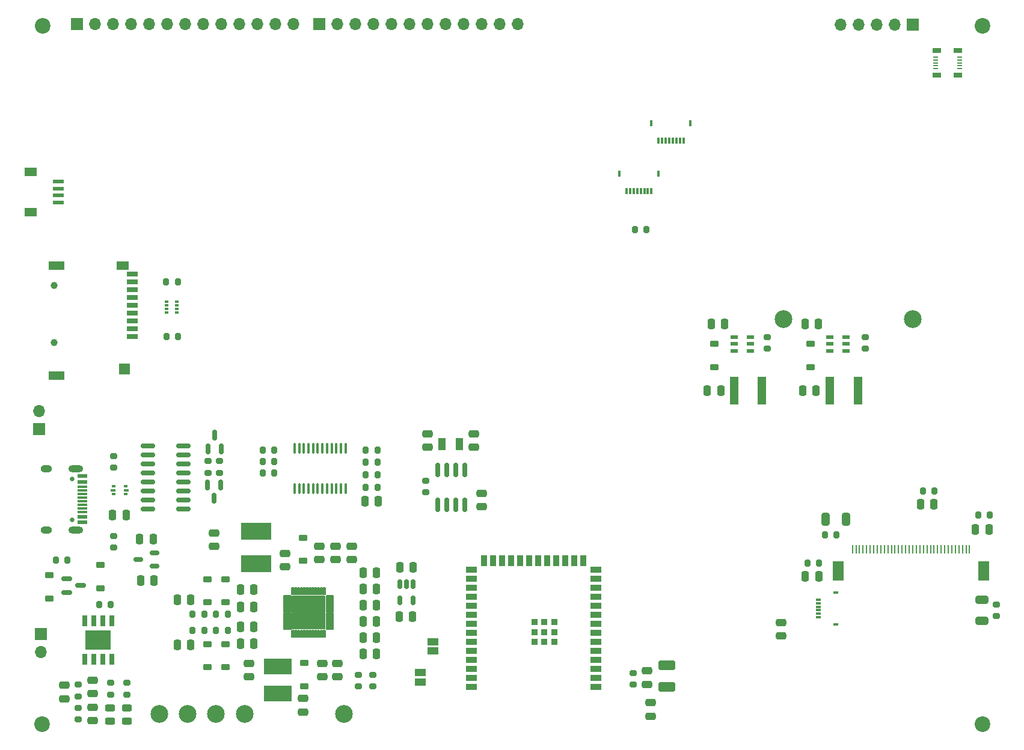
<source format=gts>
G04 #@! TF.GenerationSoftware,KiCad,Pcbnew,7.0.9-7.0.9~ubuntu22.04.1*
G04 #@! TF.CreationDate,2024-04-13T14:40:37+02:00*
G04 #@! TF.ProjectId,v7-kaleido,76372d6b-616c-4656-9964-6f2e6b696361,1.1*
G04 #@! TF.SameCoordinates,Original*
G04 #@! TF.FileFunction,Soldermask,Top*
G04 #@! TF.FilePolarity,Negative*
%FSLAX46Y46*%
G04 Gerber Fmt 4.6, Leading zero omitted, Abs format (unit mm)*
G04 Created by KiCad (PCBNEW 7.0.9-7.0.9~ubuntu22.04.1) date 2024-04-13 14:40:37*
%MOMM*%
%LPD*%
G01*
G04 APERTURE LIST*
G04 Aperture macros list*
%AMRoundRect*
0 Rectangle with rounded corners*
0 $1 Rounding radius*
0 $2 $3 $4 $5 $6 $7 $8 $9 X,Y pos of 4 corners*
0 Add a 4 corners polygon primitive as box body*
4,1,4,$2,$3,$4,$5,$6,$7,$8,$9,$2,$3,0*
0 Add four circle primitives for the rounded corners*
1,1,$1+$1,$2,$3*
1,1,$1+$1,$4,$5*
1,1,$1+$1,$6,$7*
1,1,$1+$1,$8,$9*
0 Add four rect primitives between the rounded corners*
20,1,$1+$1,$2,$3,$4,$5,0*
20,1,$1+$1,$4,$5,$6,$7,0*
20,1,$1+$1,$6,$7,$8,$9,0*
20,1,$1+$1,$8,$9,$2,$3,0*%
G04 Aperture macros list end*
%ADD10C,0.152400*%
%ADD11RoundRect,0.200000X-0.200000X-0.275000X0.200000X-0.275000X0.200000X0.275000X-0.200000X0.275000X0*%
%ADD12C,2.200000*%
%ADD13RoundRect,0.150000X0.150000X-0.587500X0.150000X0.587500X-0.150000X0.587500X-0.150000X-0.587500X0*%
%ADD14RoundRect,0.200000X-0.275000X0.200000X-0.275000X-0.200000X0.275000X-0.200000X0.275000X0.200000X0*%
%ADD15RoundRect,0.200000X0.275000X-0.200000X0.275000X0.200000X-0.275000X0.200000X-0.275000X-0.200000X0*%
%ADD16RoundRect,0.150000X-0.150000X0.587500X-0.150000X-0.587500X0.150000X-0.587500X0.150000X0.587500X0*%
%ADD17RoundRect,0.250000X0.250000X0.475000X-0.250000X0.475000X-0.250000X-0.475000X0.250000X-0.475000X0*%
%ADD18RoundRect,0.250000X-0.475000X0.250000X-0.475000X-0.250000X0.475000X-0.250000X0.475000X0.250000X0*%
%ADD19RoundRect,0.243750X-0.456250X0.243750X-0.456250X-0.243750X0.456250X-0.243750X0.456250X0.243750X0*%
%ADD20RoundRect,0.250000X0.475000X-0.250000X0.475000X0.250000X-0.475000X0.250000X-0.475000X-0.250000X0*%
%ADD21RoundRect,0.250000X0.650000X-0.325000X0.650000X0.325000X-0.650000X0.325000X-0.650000X-0.325000X0*%
%ADD22RoundRect,0.250000X-0.250000X-0.475000X0.250000X-0.475000X0.250000X0.475000X-0.250000X0.475000X0*%
%ADD23RoundRect,0.250000X-0.325000X-0.650000X0.325000X-0.650000X0.325000X0.650000X-0.325000X0.650000X0*%
%ADD24RoundRect,0.200000X0.200000X0.275000X-0.200000X0.275000X-0.200000X-0.275000X0.200000X-0.275000X0*%
%ADD25RoundRect,0.100000X-0.100000X0.637500X-0.100000X-0.637500X0.100000X-0.637500X0.100000X0.637500X0*%
%ADD26RoundRect,0.250000X0.925000X-0.412500X0.925000X0.412500X-0.925000X0.412500X-0.925000X-0.412500X0*%
%ADD27R,3.900000X2.200000*%
%ADD28R,4.200000X2.400000*%
%ADD29R,0.850000X0.200000*%
%ADD30R,0.200000X0.850000*%
%ADD31C,0.508000*%
%ADD32R,4.399999X4.399999*%
%ADD33RoundRect,0.225000X-0.375000X0.225000X-0.375000X-0.225000X0.375000X-0.225000X0.375000X0.225000X0*%
%ADD34RoundRect,0.225000X0.375000X-0.225000X0.375000X0.225000X-0.375000X0.225000X-0.375000X-0.225000X0*%
%ADD35C,2.500000*%
%ADD36R,0.650000X1.500000*%
%ADD37R,3.600000X2.700000*%
%ADD38R,1.700000X1.700000*%
%ADD39O,1.700000X1.700000*%
%ADD40R,0.800000X0.230000*%
%ADD41R,1.200000X0.700000*%
%ADD42RoundRect,0.150000X0.512500X0.150000X-0.512500X0.150000X-0.512500X-0.150000X0.512500X-0.150000X0*%
%ADD43R,0.500000X0.375000*%
%ADD44R,0.650000X0.300000*%
%ADD45R,1.257300X4.013200*%
%ADD46R,1.600000X2.800000*%
%ADD47R,0.250000X1.300000*%
%ADD48RoundRect,0.150000X-0.587500X-0.150000X0.587500X-0.150000X0.587500X0.150000X-0.587500X0.150000X0*%
%ADD49R,1.500000X1.000000*%
%ADD50R,1.070000X0.530000*%
%ADD51R,0.355600X0.838200*%
%ADD52R,0.406400X0.838200*%
%ADD53RoundRect,0.150000X-0.150000X0.825000X-0.150000X-0.825000X0.150000X-0.825000X0.150000X0.825000X0*%
%ADD54R,0.800000X0.300000*%
%ADD55R,0.800000X0.400000*%
%ADD56RoundRect,0.150000X-0.150000X0.512500X-0.150000X-0.512500X0.150000X-0.512500X0.150000X0.512500X0*%
%ADD57R,1.550000X0.600000*%
%ADD58R,1.800000X1.200000*%
%ADD59R,1.500000X0.900000*%
%ADD60R,0.900000X1.500000*%
%ADD61R,0.900000X0.900000*%
%ADD62R,0.609600X0.355600*%
%ADD63RoundRect,0.150000X-0.825000X-0.150000X0.825000X-0.150000X0.825000X0.150000X-0.825000X0.150000X0*%
%ADD64C,0.650000*%
%ADD65R,1.450000X0.600000*%
%ADD66R,1.450000X0.300000*%
%ADD67O,2.100000X1.000000*%
%ADD68O,1.600000X1.000000*%
%ADD69C,1.000000*%
%ADD70R,1.600000X0.700000*%
%ADD71R,1.500000X1.600000*%
%ADD72R,2.200000X1.200000*%
%ADD73R,1.000000X1.800000*%
G04 APERTURE END LIST*
D10*
X103570539Y-131921731D02*
X103570539Y-131621656D01*
X103570539Y-131621656D02*
X102620462Y-131621656D01*
X103570539Y-131521730D02*
X103570539Y-131221654D01*
X103570539Y-131221654D02*
X102620462Y-131221654D01*
X103570539Y-131121731D02*
X103570539Y-130821655D01*
X103570539Y-130821655D02*
X102620462Y-130821655D01*
X103570539Y-130721731D02*
X103570539Y-130421656D01*
X103570539Y-130421656D02*
X102620462Y-130421656D01*
X103570539Y-130321732D02*
X103570539Y-130021654D01*
X103570539Y-130021654D02*
X102620462Y-130021654D01*
X103570539Y-129921730D02*
X103570539Y-129621655D01*
X103570539Y-129621655D02*
X102620462Y-129621655D01*
X103570539Y-129521731D02*
X103570539Y-129221656D01*
X103570539Y-129221656D02*
X102620462Y-129221656D01*
X103570539Y-129121732D02*
X103570539Y-128821656D01*
X103570539Y-128821656D02*
X102620462Y-128821656D01*
X103570539Y-128721730D02*
X103570539Y-128421655D01*
X103570539Y-128421655D02*
X102620462Y-128421655D01*
X103570539Y-128321731D02*
X103570539Y-128021655D01*
X103570539Y-128021655D02*
X102620462Y-128021655D01*
X103570539Y-127921732D02*
X103570539Y-127621656D01*
X103570539Y-127621656D02*
X102620462Y-127621656D01*
X103570539Y-127521730D02*
X103570539Y-127221655D01*
X103570539Y-127221655D02*
X102620462Y-127221655D01*
X102620462Y-131921731D02*
X103570539Y-131921731D01*
X102620462Y-131621656D02*
X102620462Y-131921731D01*
X102620462Y-131521730D02*
X103570539Y-131521730D01*
X102620462Y-131221654D02*
X102620462Y-131521730D01*
X102620462Y-131121731D02*
X103570539Y-131121731D01*
X102620462Y-130821655D02*
X102620462Y-131121731D01*
X102620462Y-130721731D02*
X103570539Y-130721731D01*
X102620462Y-130421656D02*
X102620462Y-130721731D01*
X102620462Y-130321732D02*
X103570539Y-130321732D01*
X102620462Y-130021654D02*
X102620462Y-130321732D01*
X102620462Y-129921730D02*
X103570539Y-129921730D01*
X102620462Y-129621655D02*
X102620462Y-129921730D01*
X102620462Y-129521731D02*
X103570539Y-129521731D01*
X102620462Y-129221656D02*
X102620462Y-129521731D01*
X102620462Y-129121732D02*
X103570539Y-129121732D01*
X102620462Y-128821656D02*
X102620462Y-129121732D01*
X102620462Y-128721730D02*
X103570539Y-128721730D01*
X102620462Y-128421655D02*
X102620462Y-128721730D01*
X102620462Y-128321731D02*
X103570539Y-128321731D01*
X102620462Y-128021655D02*
X102620462Y-128321731D01*
X102620462Y-127921732D02*
X103570539Y-127921732D01*
X102620462Y-127621656D02*
X102620462Y-127921732D01*
X102620462Y-127521730D02*
X103570539Y-127521730D01*
X102620462Y-127221655D02*
X102620462Y-127521730D01*
X102470538Y-133021732D02*
X102470538Y-132071655D01*
X102470538Y-132071655D02*
X102170463Y-132071655D01*
X102470538Y-127071731D02*
X102470538Y-126121654D01*
X102470538Y-126121654D02*
X102170463Y-126121654D01*
X102383999Y-131835192D02*
X101895300Y-131835192D01*
X102383999Y-131835192D02*
X97857001Y-131835192D01*
X102383999Y-131346493D02*
X102383999Y-131835192D01*
X102383999Y-130946493D02*
X97857001Y-130946493D01*
X102383999Y-130559093D02*
X102383999Y-130946493D01*
X102383999Y-130159093D02*
X97857001Y-130159093D01*
X102383999Y-129771693D02*
X102383999Y-130159093D01*
X102383999Y-129371693D02*
X97857001Y-129371693D01*
X102383999Y-128984293D02*
X102383999Y-129371693D01*
X102383999Y-128584293D02*
X97857001Y-128584293D01*
X102383999Y-128196893D02*
X102383999Y-128584293D01*
X102383999Y-127796893D02*
X97857001Y-127796893D01*
X102383999Y-127308194D02*
X102383999Y-131835192D01*
X102383999Y-127308194D02*
X102383999Y-127796893D01*
X102170463Y-133021732D02*
X102470538Y-133021732D01*
X102170463Y-132071655D02*
X102170463Y-133021732D01*
X102170463Y-127071731D02*
X102470538Y-127071731D01*
X102170463Y-126121654D02*
X102170463Y-127071731D01*
X102070537Y-133021732D02*
X102070537Y-132071655D01*
X102070537Y-132071655D02*
X101770461Y-132071655D01*
X102070537Y-127071731D02*
X102070537Y-126121654D01*
X102070537Y-126121654D02*
X101770461Y-126121654D01*
X101895300Y-131835192D02*
X101895300Y-127308194D01*
X101895300Y-127308194D02*
X102383999Y-127308194D01*
X101770461Y-133021732D02*
X102070537Y-133021732D01*
X101770461Y-132071655D02*
X101770461Y-133021732D01*
X101770461Y-127071731D02*
X102070537Y-127071731D01*
X101770461Y-126121654D02*
X101770461Y-127071731D01*
X101670538Y-133021732D02*
X101670538Y-132071655D01*
X101670538Y-132071655D02*
X101370462Y-132071655D01*
X101670538Y-127071731D02*
X101670538Y-126121654D01*
X101670538Y-126121654D02*
X101370462Y-126121654D01*
X101495300Y-131835192D02*
X101495300Y-127308194D01*
X101495300Y-127308194D02*
X101107900Y-127308194D01*
X101370462Y-133021732D02*
X101670538Y-133021732D01*
X101370462Y-132071655D02*
X101370462Y-133021732D01*
X101370462Y-127071731D02*
X101670538Y-127071731D01*
X101370462Y-126121654D02*
X101370462Y-127071731D01*
X101270538Y-133021732D02*
X101270538Y-132071655D01*
X101270538Y-132071655D02*
X100970463Y-132071655D01*
X101270538Y-127071731D02*
X101270538Y-126121654D01*
X101270538Y-126121654D02*
X100970463Y-126121654D01*
X101107900Y-131835192D02*
X101495300Y-131835192D01*
X101107900Y-127308194D02*
X101107900Y-131835192D01*
X100970463Y-133021732D02*
X101270538Y-133021732D01*
X100970463Y-132071655D02*
X100970463Y-133021732D01*
X100970463Y-127071731D02*
X101270538Y-127071731D01*
X100970463Y-126121654D02*
X100970463Y-127071731D01*
X100870539Y-127071731D02*
X100870539Y-126121654D01*
X100870539Y-126121654D02*
X100570461Y-126121654D01*
X100870537Y-133021732D02*
X100870537Y-132071655D01*
X100870537Y-132071655D02*
X100570461Y-132071655D01*
X100707900Y-131835192D02*
X100707900Y-127308194D01*
X100707900Y-127308194D02*
X100320500Y-127308194D01*
X100570461Y-133021732D02*
X100870537Y-133021732D01*
X100570461Y-132071655D02*
X100570461Y-133021732D01*
X100570461Y-127071731D02*
X100870539Y-127071731D01*
X100570461Y-126121654D02*
X100570461Y-127071731D01*
X100470537Y-133021732D02*
X100470537Y-132071655D01*
X100470537Y-132071655D02*
X100170462Y-132071655D01*
X100470537Y-127071731D02*
X100470537Y-126121654D01*
X100470537Y-126121654D02*
X100170462Y-126121654D01*
X100320500Y-131835192D02*
X100707900Y-131835192D01*
X100320500Y-127308194D02*
X100320500Y-131835192D01*
X100170462Y-133021732D02*
X100470537Y-133021732D01*
X100170462Y-132071655D02*
X100170462Y-133021732D01*
X100170462Y-127071731D02*
X100470537Y-127071731D01*
X100170462Y-126121654D02*
X100170462Y-127071731D01*
X100070538Y-133021732D02*
X100070538Y-132071655D01*
X100070538Y-132071655D02*
X99770463Y-132071655D01*
X100070538Y-127071731D02*
X100070538Y-126121654D01*
X100070538Y-126121654D02*
X99770463Y-126121654D01*
X99920500Y-131835192D02*
X99920500Y-127308194D01*
X99920500Y-127308194D02*
X99533100Y-127308194D01*
X99770463Y-133021732D02*
X100070538Y-133021732D01*
X99770463Y-132071655D02*
X99770463Y-133021732D01*
X99770463Y-127071731D02*
X100070538Y-127071731D01*
X99770463Y-126121654D02*
X99770463Y-127071731D01*
X99670539Y-133021732D02*
X99670539Y-132071655D01*
X99670539Y-132071655D02*
X99370461Y-132071655D01*
X99670539Y-127071731D02*
X99670539Y-126121654D01*
X99670539Y-126121654D02*
X99370463Y-126121654D01*
X99533100Y-131835192D02*
X99920500Y-131835192D01*
X99533100Y-127308194D02*
X99533100Y-131835192D01*
X99370463Y-127071731D02*
X99670539Y-127071731D01*
X99370463Y-126121654D02*
X99370463Y-127071731D01*
X99370461Y-133021732D02*
X99670539Y-133021732D01*
X99370461Y-132071655D02*
X99370461Y-133021732D01*
X99270537Y-133021732D02*
X99270537Y-132071655D01*
X99270537Y-132071655D02*
X98970462Y-132071655D01*
X99270537Y-127071731D02*
X99270537Y-126121654D01*
X99270537Y-126121654D02*
X98970462Y-126121654D01*
X99133100Y-131835192D02*
X99133100Y-127308194D01*
X99133100Y-127308194D02*
X98745700Y-127308194D01*
X98970462Y-133021732D02*
X99270537Y-133021732D01*
X98970462Y-132071655D02*
X98970462Y-133021732D01*
X98970462Y-127071731D02*
X99270537Y-127071731D01*
X98970462Y-126121654D02*
X98970462Y-127071731D01*
X98870538Y-133021732D02*
X98870538Y-132071655D01*
X98870538Y-132071655D02*
X98570462Y-132071655D01*
X98870538Y-127071731D02*
X98870538Y-126121654D01*
X98870538Y-126121654D02*
X98570462Y-126121654D01*
X98745700Y-131835192D02*
X99133100Y-131835192D01*
X98745700Y-127308194D02*
X98745700Y-131835192D01*
X98570462Y-133021732D02*
X98870538Y-133021732D01*
X98570462Y-132071655D02*
X98570462Y-133021732D01*
X98570462Y-127071731D02*
X98870538Y-127071731D01*
X98570462Y-126121654D02*
X98570462Y-127071731D01*
X98470539Y-133021732D02*
X98470539Y-132071655D01*
X98470539Y-132071655D02*
X98170463Y-132071655D01*
X98470539Y-127071731D02*
X98470539Y-126121654D01*
X98470539Y-126121654D02*
X98170463Y-126121654D01*
X98345700Y-131835192D02*
X97857001Y-131835192D01*
X98345700Y-127308194D02*
X98345700Y-131835192D01*
X98170463Y-133021732D02*
X98470539Y-133021732D01*
X98170463Y-132071655D02*
X98170463Y-133021732D01*
X98170463Y-127071731D02*
X98470539Y-127071731D01*
X98170463Y-126121654D02*
X98170463Y-127071731D01*
X98070537Y-133021732D02*
X98070537Y-132071655D01*
X98070537Y-132071655D02*
X97770462Y-132071655D01*
X98070537Y-127071731D02*
X98070537Y-126121654D01*
X98070537Y-126121654D02*
X97770462Y-126121654D01*
X97857001Y-131835192D02*
X97857001Y-131346493D01*
X97857001Y-131835192D02*
X97857001Y-127308194D01*
X97857001Y-131346493D02*
X102383999Y-131346493D01*
X97857001Y-130946493D02*
X97857001Y-130559093D01*
X97857001Y-130559093D02*
X102383999Y-130559093D01*
X97857001Y-130159093D02*
X97857001Y-129771693D01*
X97857001Y-129771693D02*
X102383999Y-129771693D01*
X97857001Y-129371693D02*
X97857001Y-128984293D01*
X97857001Y-128984293D02*
X102383999Y-128984293D01*
X97857001Y-128584293D02*
X97857001Y-128196893D01*
X97857001Y-128196893D02*
X102383999Y-128196893D01*
X97857001Y-127796893D02*
X97857001Y-127308194D01*
X97857001Y-127308194D02*
X102383999Y-127308194D01*
X97857001Y-127308194D02*
X98345700Y-127308194D01*
X97770462Y-133021732D02*
X98070537Y-133021732D01*
X97770462Y-132071655D02*
X97770462Y-133021732D01*
X97770462Y-127071731D02*
X98070537Y-127071731D01*
X97770462Y-126121654D02*
X97770462Y-127071731D01*
X97620538Y-131921731D02*
X97620538Y-131621656D01*
X97620538Y-131621656D02*
X96670461Y-131621656D01*
X97620538Y-131521730D02*
X97620538Y-131221654D01*
X97620538Y-131221654D02*
X96670461Y-131221654D01*
X97620538Y-131121731D02*
X97620538Y-130821655D01*
X97620538Y-130821655D02*
X96670461Y-130821655D01*
X97620538Y-130721731D02*
X97620538Y-130421656D01*
X97620538Y-130421656D02*
X96670461Y-130421656D01*
X97620538Y-130321730D02*
X97620538Y-130021654D01*
X97620538Y-130021654D02*
X96670461Y-130021654D01*
X97620538Y-129921730D02*
X97620538Y-129621655D01*
X97620538Y-129621655D02*
X96670461Y-129621655D01*
X97620538Y-129521731D02*
X97620538Y-129221656D01*
X97620538Y-129221656D02*
X96670461Y-129221656D01*
X97620538Y-129121732D02*
X97620538Y-128821654D01*
X97620538Y-128821654D02*
X96670461Y-128821654D01*
X97620538Y-128721730D02*
X97620538Y-128421655D01*
X97620538Y-128421655D02*
X96670461Y-128421655D01*
X97620538Y-128321731D02*
X97620538Y-128021655D01*
X97620538Y-128021655D02*
X96670461Y-128021655D01*
X97620538Y-127921732D02*
X97620538Y-127621656D01*
X97620538Y-127621656D02*
X96670461Y-127621656D01*
X97620538Y-127521730D02*
X97620538Y-127221655D01*
X97620538Y-127221655D02*
X96670461Y-127221655D01*
X96670461Y-131921731D02*
X97620538Y-131921731D01*
X96670461Y-131621656D02*
X96670461Y-131921731D01*
X96670461Y-131521730D02*
X97620538Y-131521730D01*
X96670461Y-131221654D02*
X96670461Y-131521730D01*
X96670461Y-131121731D02*
X97620538Y-131121731D01*
X96670461Y-130821655D02*
X96670461Y-131121731D01*
X96670461Y-130721731D02*
X97620538Y-130721731D01*
X96670461Y-130421656D02*
X96670461Y-130721731D01*
X96670461Y-130321730D02*
X97620538Y-130321730D01*
X96670461Y-130021654D02*
X96670461Y-130321730D01*
X96670461Y-129921730D02*
X97620538Y-129921730D01*
X96670461Y-129621655D02*
X96670461Y-129921730D01*
X96670461Y-129521731D02*
X97620538Y-129521731D01*
X96670461Y-129221656D02*
X96670461Y-129521731D01*
X96670461Y-129121732D02*
X97620538Y-129121732D01*
X96670461Y-128821654D02*
X96670461Y-129121732D01*
X96670461Y-128721730D02*
X97620538Y-128721730D01*
X96670461Y-128421655D02*
X96670461Y-128721730D01*
X96670461Y-128321731D02*
X97620538Y-128321731D01*
X96670461Y-128021655D02*
X96670461Y-128321731D01*
X96670461Y-127921732D02*
X97620538Y-127921732D01*
X96670461Y-127621656D02*
X96670461Y-127921732D01*
X96670461Y-127521730D02*
X97620538Y-127521730D01*
X96670461Y-127221655D02*
X96670461Y-127521730D01*
D11*
X108171500Y-108443693D03*
X109821500Y-108443693D03*
D12*
X195000000Y-46910000D03*
D13*
X85946500Y-106506193D03*
X87846500Y-106506193D03*
X86896500Y-104631193D03*
D14*
X85996500Y-108243693D03*
X85996500Y-109893693D03*
D15*
X87596500Y-109893693D03*
X87596500Y-108243693D03*
D16*
X87746500Y-111606193D03*
X85846500Y-111606193D03*
X86796500Y-113481193D03*
D17*
X114796500Y-130143693D03*
X112896500Y-130143693D03*
D18*
X69696500Y-139143693D03*
X69696500Y-141043693D03*
D19*
X74554500Y-143005693D03*
X74554500Y-144880693D03*
D14*
X72246500Y-139518693D03*
X72246500Y-141168693D03*
X74554500Y-139518693D03*
X74554500Y-141168693D03*
D19*
X72141500Y-143005693D03*
X72141500Y-144880693D03*
D20*
X148296500Y-144193693D03*
X148296500Y-142293693D03*
X69696500Y-144843693D03*
X69696500Y-142943693D03*
D17*
X109706500Y-135413693D03*
X107806500Y-135413693D03*
D20*
X166690000Y-132880000D03*
X166690000Y-130980000D03*
D21*
X194955000Y-130750000D03*
X194955000Y-127800000D03*
D22*
X170062000Y-124520000D03*
X171962000Y-124520000D03*
D23*
X172890000Y-116490000D03*
X175840000Y-116490000D03*
D22*
X194030000Y-117880000D03*
X195930000Y-117880000D03*
D24*
X95321500Y-106743693D03*
X93671500Y-106743693D03*
D15*
X107177700Y-140015293D03*
X107177700Y-138365293D03*
X196955000Y-130100000D03*
X196955000Y-128450000D03*
D11*
X170365000Y-122590000D03*
X172015000Y-122590000D03*
X172840000Y-118690000D03*
X174490000Y-118690000D03*
X194405000Y-115848000D03*
X196055000Y-115848000D03*
D14*
X109209700Y-138365293D03*
X109209700Y-140015293D03*
D25*
X105321500Y-106443693D03*
X104671500Y-106443693D03*
X104021500Y-106443693D03*
X103371500Y-106443693D03*
X102721500Y-106443693D03*
X102071500Y-106443693D03*
X101421500Y-106443693D03*
X100771500Y-106443693D03*
X100121500Y-106443693D03*
X99471500Y-106443693D03*
X98821500Y-106443693D03*
X98171500Y-106443693D03*
X98171500Y-112168693D03*
X98821500Y-112168693D03*
X99471500Y-112168693D03*
X100121500Y-112168693D03*
X100771500Y-112168693D03*
X101421500Y-112168693D03*
X102071500Y-112168693D03*
X102721500Y-112168693D03*
X103371500Y-112168693D03*
X104021500Y-112168693D03*
X104671500Y-112168693D03*
X105321500Y-112168693D03*
D18*
X106216500Y-120239693D03*
X106216500Y-122139693D03*
D26*
X150596500Y-140081193D03*
X150596500Y-137006193D03*
D22*
X107806500Y-123983693D03*
X109706500Y-123983693D03*
D24*
X88753500Y-129825693D03*
X87103500Y-129825693D03*
D27*
X95802500Y-140996693D03*
X95802500Y-137196693D03*
D28*
X92754500Y-122677693D03*
X92754500Y-118177693D03*
D24*
X85451500Y-132111693D03*
X83801500Y-132111693D03*
X88753500Y-132111693D03*
X87103500Y-132111693D03*
X85451500Y-129825693D03*
X83801500Y-129825693D03*
D20*
X99358500Y-143602693D03*
X99358500Y-141702693D03*
X104184500Y-138649693D03*
X104184500Y-136749693D03*
D17*
X92434500Y-128809693D03*
X90534500Y-128809693D03*
D22*
X90534500Y-131603693D03*
X92434500Y-131603693D03*
D18*
X147796500Y-137793693D03*
X147796500Y-139693693D03*
D29*
X103095500Y-131771694D03*
X103095500Y-131371692D03*
X103095500Y-130971693D03*
X103095500Y-130571694D03*
X103095500Y-130171692D03*
X103095500Y-129771693D03*
X103095500Y-129371693D03*
X103095500Y-128971694D03*
X103095500Y-128571692D03*
X103095500Y-128171693D03*
X103095500Y-127771694D03*
X103095500Y-127371692D03*
D30*
X102320501Y-126596693D03*
X101920499Y-126596693D03*
X101520500Y-126596693D03*
X101120501Y-126596693D03*
X100720499Y-126596693D03*
X100320500Y-126596693D03*
X99920500Y-126596693D03*
X99520501Y-126596693D03*
X99120499Y-126596693D03*
X98720500Y-126596693D03*
X98320501Y-126596693D03*
X97920499Y-126596693D03*
D29*
X97145500Y-127371692D03*
X97145500Y-127771694D03*
X97145500Y-128171693D03*
X97145500Y-128571692D03*
X97145500Y-128971694D03*
X97145500Y-129371693D03*
X97145500Y-129771693D03*
X97145500Y-130171692D03*
X97145500Y-130571694D03*
X97145500Y-130971693D03*
X97145500Y-131371692D03*
X97145500Y-131771694D03*
D30*
X97920499Y-132546693D03*
X98320501Y-132546693D03*
X98720500Y-132546693D03*
X99120499Y-132546693D03*
X99520501Y-132546693D03*
X99920500Y-132546693D03*
X100320500Y-132546693D03*
X100720499Y-132546693D03*
X101120501Y-132546693D03*
X101520500Y-132546693D03*
X101920499Y-132546693D03*
X102320501Y-132546693D03*
D31*
X101695300Y-131146493D03*
X101695300Y-130359093D03*
X101695300Y-129571693D03*
X101695300Y-128784293D03*
X101695300Y-127996893D03*
X100907900Y-131146493D03*
X100907900Y-130359093D03*
X100907900Y-129571693D03*
X100907900Y-128784293D03*
X100907900Y-127996893D03*
X100120500Y-131146493D03*
X100120500Y-130359093D03*
X100120500Y-129571693D03*
D32*
X100120500Y-129571693D03*
D31*
X100120500Y-128784293D03*
X100120500Y-127996893D03*
X99333100Y-131146493D03*
X99333100Y-130359093D03*
X99333100Y-129571693D03*
X99333100Y-128784293D03*
X99333100Y-127996893D03*
X98545700Y-131146493D03*
X98545700Y-130359093D03*
X98545700Y-129571693D03*
X98545700Y-128784293D03*
X98545700Y-127996893D03*
D17*
X109706500Y-133127693D03*
X107806500Y-133127693D03*
D20*
X96818500Y-123155693D03*
X96818500Y-121255693D03*
D17*
X109706500Y-126269693D03*
X107806500Y-126269693D03*
D33*
X85896500Y-134017693D03*
X85896500Y-137317693D03*
D34*
X88436500Y-137317693D03*
X88436500Y-134017693D03*
D33*
X85896500Y-124873693D03*
X85896500Y-128173693D03*
D34*
X88436500Y-128173693D03*
X88436500Y-124873693D03*
D22*
X81644500Y-127793693D03*
X83544500Y-127793693D03*
D20*
X101644500Y-122139693D03*
X101644500Y-120239693D03*
D22*
X107806500Y-130841693D03*
X109706500Y-130841693D03*
X90534500Y-126396693D03*
X92434500Y-126396693D03*
D20*
X103930500Y-122139693D03*
X103930500Y-120239693D03*
D22*
X90534500Y-134016693D03*
X92434500Y-134016693D03*
D17*
X83544500Y-134143693D03*
X81644500Y-134143693D03*
X109706500Y-128568393D03*
X107806500Y-128568393D03*
D20*
X102025500Y-138649693D03*
X102025500Y-136749693D03*
D34*
X99485500Y-139984693D03*
X99485500Y-136684693D03*
D22*
X112946500Y-123243693D03*
X114846500Y-123243693D03*
X186280000Y-114330000D03*
X188180000Y-114330000D03*
D11*
X186630000Y-112430000D03*
X188280000Y-112430000D03*
D33*
X99358500Y-119031693D03*
X99358500Y-122331693D03*
D14*
X67717500Y-143018693D03*
X67717500Y-144668693D03*
X67717500Y-139744693D03*
X67717500Y-141394693D03*
D18*
X86846500Y-118393693D03*
X86846500Y-120293693D03*
D20*
X91738500Y-138649693D03*
X91738500Y-136749693D03*
D35*
X87096500Y-143843693D03*
X79096500Y-143843693D03*
X91096500Y-143843693D03*
X105096500Y-143843693D03*
D12*
X195000000Y-145343693D03*
D22*
X108046500Y-113943693D03*
X109946500Y-113943693D03*
D14*
X145796500Y-138118693D03*
X145796500Y-139768693D03*
D24*
X109821500Y-111943693D03*
X108171500Y-111943693D03*
X109821500Y-110143693D03*
X108171500Y-110143693D03*
D11*
X93671500Y-109943693D03*
X95321500Y-109943693D03*
X93671500Y-108343693D03*
X95321500Y-108343693D03*
D35*
X83096500Y-143843693D03*
D36*
X72401500Y-130784693D03*
X71131500Y-130784693D03*
X69861500Y-130784693D03*
X68591500Y-130784693D03*
X68591500Y-136184693D03*
X69861500Y-136184693D03*
X71131500Y-136184693D03*
X72401500Y-136184693D03*
D37*
X70496500Y-133484693D03*
D34*
X70796500Y-126193693D03*
X70796500Y-122893693D03*
D24*
X72271500Y-128493693D03*
X70621500Y-128493693D03*
D12*
X62596500Y-145343693D03*
D38*
X62446500Y-132618693D03*
D39*
X62446500Y-135158693D03*
D35*
X167000000Y-88290000D03*
D40*
X191780000Y-52960000D03*
X188380000Y-52960000D03*
X191780000Y-52560000D03*
X188380000Y-52560000D03*
X191780000Y-52160000D03*
X188380000Y-52160000D03*
X191780000Y-51760000D03*
X188380000Y-51760000D03*
X191780000Y-51360000D03*
X188380000Y-51360000D03*
D41*
X191580000Y-53910000D03*
X188580000Y-53910000D03*
X188580000Y-50410000D03*
X191580000Y-50410000D03*
D42*
X78434000Y-123093693D03*
X78434000Y-121193693D03*
X76159000Y-122143693D03*
D43*
X72646500Y-111806193D03*
D44*
X72571500Y-112343693D03*
D43*
X72646500Y-112881193D03*
X74346500Y-112881193D03*
D44*
X74421500Y-112343693D03*
D43*
X74346500Y-111806193D03*
D22*
X72546500Y-115843693D03*
X74446500Y-115843693D03*
D45*
X160025150Y-98340000D03*
X163974850Y-98340000D03*
D46*
X174700000Y-123710000D03*
X195200000Y-123710000D03*
D47*
X176700000Y-120710000D03*
X177200000Y-120710000D03*
X177700000Y-120710000D03*
X178200000Y-120710000D03*
X178700000Y-120710000D03*
X179200000Y-120710000D03*
X179700000Y-120710000D03*
X180200000Y-120710000D03*
X180700000Y-120710000D03*
X181200000Y-120710000D03*
X181700000Y-120710000D03*
X182200000Y-120710000D03*
X182700000Y-120710000D03*
X183200000Y-120710000D03*
X183700000Y-120710000D03*
X184200000Y-120710000D03*
X184700000Y-120710000D03*
X185200000Y-120710000D03*
X185700000Y-120710000D03*
X186200000Y-120710000D03*
X186700000Y-120710000D03*
X187200000Y-120710000D03*
X187700000Y-120710000D03*
X188200000Y-120710000D03*
X188700000Y-120710000D03*
X189200000Y-120710000D03*
X189700000Y-120710000D03*
X190200000Y-120710000D03*
X190700000Y-120710000D03*
X191200000Y-120710000D03*
X191700000Y-120710000D03*
X192200000Y-120710000D03*
X192700000Y-120710000D03*
X193200000Y-120710000D03*
D48*
X66109000Y-124843693D03*
X66109000Y-126743693D03*
X67984000Y-125793693D03*
D15*
X164670000Y-92425000D03*
X164670000Y-90775000D03*
D49*
X115868500Y-138065693D03*
X115868500Y-139365693D03*
D18*
X123396500Y-104393693D03*
X123396500Y-106293693D03*
D38*
X62196500Y-103718693D03*
D39*
X62196500Y-101178693D03*
D50*
X175810000Y-92700000D03*
X175810000Y-91750000D03*
X175810000Y-90800000D03*
X173510000Y-90800000D03*
X173510000Y-91750000D03*
X173510000Y-92700000D03*
D38*
X185220000Y-46780000D03*
D39*
X182680000Y-46780000D03*
X180140000Y-46780000D03*
X177600000Y-46780000D03*
X175060000Y-46780000D03*
D51*
X144899496Y-70240000D03*
X145399622Y-70240000D03*
X145899748Y-70240000D03*
X146399874Y-70240000D03*
X146900000Y-70240000D03*
X147400126Y-70240000D03*
X147900252Y-70240000D03*
X148400378Y-70240000D03*
D52*
X149399937Y-67780000D03*
X143899937Y-67780000D03*
D53*
X122151500Y-109468693D03*
X120881500Y-109468693D03*
X119611500Y-109468693D03*
X118341500Y-109468693D03*
X118341500Y-114418693D03*
X119611500Y-114418693D03*
X120881500Y-114418693D03*
X122151500Y-114418693D03*
D15*
X72696500Y-109168693D03*
X72696500Y-107518693D03*
D11*
X80085000Y-83030000D03*
X81735000Y-83030000D03*
D54*
X171870000Y-127770000D03*
X171870000Y-128270000D03*
X171870000Y-128770000D03*
X171870000Y-129270000D03*
X171870000Y-129770000D03*
X171870000Y-130270000D03*
D55*
X174370000Y-126770000D03*
X174370000Y-131270000D03*
D24*
X66171500Y-122243693D03*
X64521500Y-122243693D03*
X109821500Y-106693693D03*
X108171500Y-106693693D03*
D56*
X114846500Y-125606193D03*
X113896500Y-125606193D03*
X112946500Y-125606193D03*
X112946500Y-127881193D03*
X114846500Y-127881193D03*
D15*
X178520000Y-92425000D03*
X178520000Y-90775000D03*
D57*
X64885000Y-68850000D03*
X64885000Y-69850000D03*
X64885000Y-70850000D03*
X64885000Y-71850000D03*
D58*
X61010000Y-67550000D03*
X61010000Y-73150000D03*
D18*
X116896500Y-104393693D03*
X116896500Y-106293693D03*
D33*
X157280000Y-91742500D03*
X157280000Y-95042500D03*
D14*
X116596500Y-110993693D03*
X116596500Y-112643693D03*
D17*
X78346500Y-125043693D03*
X76446500Y-125043693D03*
D20*
X65696500Y-141743693D03*
X65696500Y-139843693D03*
D45*
X173515150Y-98340000D03*
X177464850Y-98340000D03*
D49*
X117596500Y-133693693D03*
X117596500Y-134993693D03*
D14*
X72696500Y-118818693D03*
X72696500Y-120468693D03*
D22*
X156810000Y-88890000D03*
X158710000Y-88890000D03*
D38*
X101640000Y-46650000D03*
D39*
X104180000Y-46650000D03*
X106720000Y-46650000D03*
X109260000Y-46650000D03*
X111800000Y-46650000D03*
X114340000Y-46650000D03*
X116880000Y-46650000D03*
X119420000Y-46650000D03*
X121960000Y-46650000D03*
X124500000Y-46650000D03*
X127040000Y-46650000D03*
X129580000Y-46650000D03*
D59*
X140571500Y-140053693D03*
X140571500Y-138783693D03*
X140571500Y-137513693D03*
X140571500Y-136243693D03*
X140571500Y-134973693D03*
X140571500Y-133703693D03*
X140571500Y-132433693D03*
X140571500Y-131163693D03*
X140571500Y-129893693D03*
X140571500Y-128623693D03*
X140571500Y-127353693D03*
X140571500Y-126083693D03*
X140571500Y-124813693D03*
X140571500Y-123543693D03*
D60*
X138806500Y-122293693D03*
X137536500Y-122293693D03*
X136266500Y-122293693D03*
X134996500Y-122293693D03*
X133726500Y-122293693D03*
X132456500Y-122293693D03*
X131186500Y-122293693D03*
X129916500Y-122293693D03*
X128646500Y-122293693D03*
X127376500Y-122293693D03*
X126106500Y-122293693D03*
X124836500Y-122293693D03*
D59*
X123071500Y-123543693D03*
X123071500Y-124813693D03*
X123071500Y-126083693D03*
X123071500Y-127353693D03*
X123071500Y-128623693D03*
X123071500Y-129893693D03*
X123071500Y-131163693D03*
X123071500Y-132433693D03*
X123071500Y-133703693D03*
X123071500Y-134973693D03*
X123071500Y-136243693D03*
X123071500Y-137513693D03*
X123071500Y-138783693D03*
X123071500Y-140053693D03*
D61*
X134721500Y-133733693D03*
X134721500Y-132333693D03*
X134721500Y-130933693D03*
X133321500Y-133733693D03*
X133321500Y-132333693D03*
X133321500Y-130933693D03*
X131921500Y-133733693D03*
X131921500Y-132333693D03*
X131921500Y-130933693D03*
D22*
X169680000Y-98340000D03*
X171580000Y-98340000D03*
D24*
X81745000Y-90720000D03*
X80095000Y-90720000D03*
D33*
X170790000Y-91720000D03*
X170790000Y-95020000D03*
D38*
X67515000Y-46650000D03*
D39*
X70055000Y-46650000D03*
X72595000Y-46650000D03*
X75135000Y-46650000D03*
X77675000Y-46650000D03*
X80215000Y-46650000D03*
X82755000Y-46650000D03*
X85295000Y-46650000D03*
X87835000Y-46650000D03*
X90375000Y-46650000D03*
X92915000Y-46650000D03*
X95455000Y-46650000D03*
X97995000Y-46650000D03*
D24*
X147725000Y-75650000D03*
X146075000Y-75650000D03*
D12*
X62670000Y-46910000D03*
D50*
X162320000Y-92700000D03*
X162320000Y-91750000D03*
X162320000Y-90800000D03*
X160020000Y-90800000D03*
X160020000Y-91750000D03*
X160020000Y-92700000D03*
D62*
X80133000Y-85820000D03*
X80133000Y-86320126D03*
X80133000Y-86820252D03*
X80133000Y-87320378D03*
X81530000Y-87320378D03*
X81530000Y-86820252D03*
X81530000Y-86320126D03*
X81530000Y-85820000D03*
D51*
X149409118Y-63117800D03*
X149909244Y-63117800D03*
X150409370Y-63117800D03*
X150909496Y-63117800D03*
X151409622Y-63117800D03*
X151909748Y-63117800D03*
X152409874Y-63117800D03*
X152910000Y-63117800D03*
D52*
X153909559Y-60657800D03*
X148409559Y-60657800D03*
D18*
X124496500Y-112793693D03*
X124496500Y-114693693D03*
D22*
X170050000Y-88890000D03*
X171950000Y-88890000D03*
D63*
X77521500Y-106098693D03*
X77521500Y-107368693D03*
X77521500Y-108638693D03*
X77521500Y-109908693D03*
X77521500Y-111178693D03*
X77521500Y-112448693D03*
X77521500Y-113718693D03*
X77521500Y-114988693D03*
X82471500Y-114988693D03*
X82471500Y-113718693D03*
X82471500Y-112448693D03*
X82471500Y-111178693D03*
X82471500Y-109908693D03*
X82471500Y-108638693D03*
X82471500Y-107368693D03*
X82471500Y-106098693D03*
D64*
X66836500Y-110753693D03*
X66836500Y-116533693D03*
D65*
X68281500Y-110393693D03*
X68281500Y-111193693D03*
D66*
X68281500Y-112393693D03*
X68281500Y-113393693D03*
X68281500Y-113893693D03*
X68281500Y-114893693D03*
D65*
X68281500Y-116093693D03*
X68281500Y-116893693D03*
X68281500Y-116893693D03*
X68281500Y-116093693D03*
D66*
X68281500Y-115393693D03*
X68281500Y-114393693D03*
X68281500Y-112893693D03*
X68281500Y-111893693D03*
D65*
X68281500Y-111193693D03*
X68281500Y-110393693D03*
D67*
X67366500Y-109323693D03*
D68*
X63186500Y-109323693D03*
D67*
X67366500Y-117963693D03*
D68*
X63186500Y-117963693D03*
D22*
X156250000Y-98340000D03*
X158150000Y-98340000D03*
D35*
X185240000Y-88240000D03*
D22*
X76346500Y-119243693D03*
X78246500Y-119243693D03*
D34*
X63596500Y-127593693D03*
X63596500Y-124293693D03*
D69*
X64270000Y-83520000D03*
X64270000Y-91520000D03*
D70*
X75270000Y-90720000D03*
X75270000Y-89620000D03*
X75270000Y-88520000D03*
X75270000Y-87420000D03*
X75270000Y-86320000D03*
X75270000Y-85220000D03*
X75270000Y-84120000D03*
X75270000Y-83020000D03*
X75270000Y-81920000D03*
D71*
X74220000Y-95320000D03*
D72*
X64670000Y-96220000D03*
X64670000Y-80720000D03*
D58*
X73970000Y-80720000D03*
D73*
X121396500Y-105893693D03*
X118896500Y-105893693D03*
M02*

</source>
